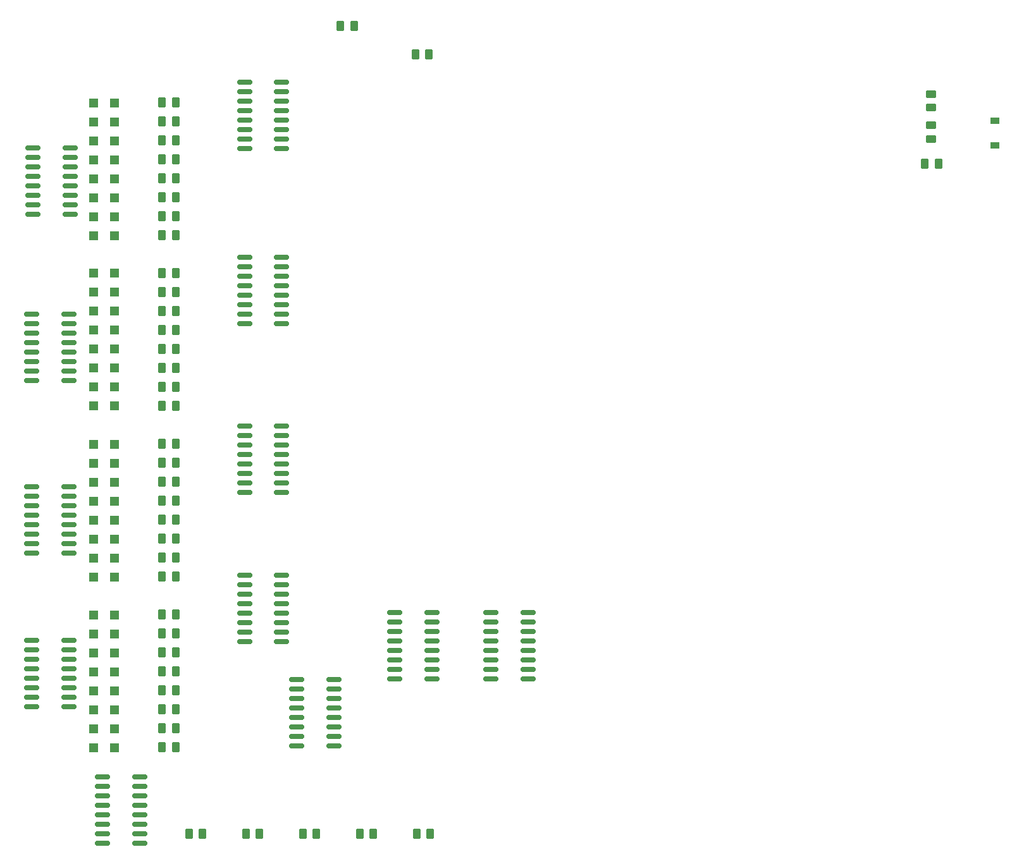
<source format=gbr>
%TF.GenerationSoftware,KiCad,Pcbnew,(6.0.1)*%
%TF.CreationDate,2022-07-13T15:29:40+01:00*%
%TF.ProjectId,polymod_proto_1,706f6c79-6d6f-4645-9f70-726f746f5f31,rev?*%
%TF.SameCoordinates,Original*%
%TF.FileFunction,Paste,Top*%
%TF.FilePolarity,Positive*%
%FSLAX46Y46*%
G04 Gerber Fmt 4.6, Leading zero omitted, Abs format (unit mm)*
G04 Created by KiCad (PCBNEW (6.0.1)) date 2022-07-13 15:29:40*
%MOMM*%
%LPD*%
G01*
G04 APERTURE LIST*
G04 Aperture macros list*
%AMRoundRect*
0 Rectangle with rounded corners*
0 $1 Rounding radius*
0 $2 $3 $4 $5 $6 $7 $8 $9 X,Y pos of 4 corners*
0 Add a 4 corners polygon primitive as box body*
4,1,4,$2,$3,$4,$5,$6,$7,$8,$9,$2,$3,0*
0 Add four circle primitives for the rounded corners*
1,1,$1+$1,$2,$3*
1,1,$1+$1,$4,$5*
1,1,$1+$1,$6,$7*
1,1,$1+$1,$8,$9*
0 Add four rect primitives between the rounded corners*
20,1,$1+$1,$2,$3,$4,$5,0*
20,1,$1+$1,$4,$5,$6,$7,0*
20,1,$1+$1,$6,$7,$8,$9,0*
20,1,$1+$1,$8,$9,$2,$3,0*%
G04 Aperture macros list end*
%ADD10RoundRect,0.150000X-0.825000X-0.150000X0.825000X-0.150000X0.825000X0.150000X-0.825000X0.150000X0*%
%ADD11R,1.200000X1.200000*%
%ADD12RoundRect,0.250000X0.262500X0.450000X-0.262500X0.450000X-0.262500X-0.450000X0.262500X-0.450000X0*%
%ADD13RoundRect,0.250000X-0.262500X-0.450000X0.262500X-0.450000X0.262500X0.450000X-0.262500X0.450000X0*%
%ADD14RoundRect,0.150000X0.825000X0.150000X-0.825000X0.150000X-0.825000X-0.150000X0.825000X-0.150000X0*%
%ADD15R,1.200000X0.900000*%
%ADD16RoundRect,0.250000X-0.450000X0.262500X-0.450000X-0.262500X0.450000X-0.262500X0.450000X0.262500X0*%
%ADD17RoundRect,0.250000X0.450000X-0.262500X0.450000X0.262500X-0.450000X0.262500X-0.450000X-0.262500X0*%
G04 APERTURE END LIST*
D10*
%TO.C,U6*%
X115525000Y-45555000D03*
X115525000Y-46825000D03*
X115525000Y-48095000D03*
X115525000Y-49365000D03*
X115525000Y-50635000D03*
X115525000Y-51905000D03*
X115525000Y-53175000D03*
X115525000Y-54445000D03*
X120475000Y-54445000D03*
X120475000Y-53175000D03*
X120475000Y-51905000D03*
X120475000Y-50635000D03*
X120475000Y-49365000D03*
X120475000Y-48095000D03*
X120475000Y-46825000D03*
X120475000Y-45555000D03*
%TD*%
D11*
%TO.C,D36*%
X98140000Y-122000000D03*
X95340000Y-122000000D03*
%TD*%
D12*
%TO.C,R17*%
X106325000Y-66040000D03*
X104500000Y-66040000D03*
%TD*%
D11*
%TO.C,D28*%
X98140000Y-99140000D03*
X95340000Y-99140000D03*
%TD*%
D12*
%TO.C,R40*%
X106325000Y-121920000D03*
X104500000Y-121920000D03*
%TD*%
D10*
%TO.C,U13*%
X115525000Y-111555000D03*
X115525000Y-112825000D03*
X115525000Y-114095000D03*
X115525000Y-115365000D03*
X115525000Y-116635000D03*
X115525000Y-117905000D03*
X115525000Y-119175000D03*
X115525000Y-120445000D03*
X120475000Y-120445000D03*
X120475000Y-119175000D03*
X120475000Y-117905000D03*
X120475000Y-116635000D03*
X120475000Y-115365000D03*
X120475000Y-114095000D03*
X120475000Y-112825000D03*
X120475000Y-111555000D03*
%TD*%
D12*
%TO.C,R22*%
X106325000Y-73660000D03*
X104500000Y-73660000D03*
%TD*%
D11*
%TO.C,D35*%
X98140000Y-124540000D03*
X95340000Y-124540000D03*
%TD*%
D12*
%TO.C,R39*%
X106325000Y-132080000D03*
X104500000Y-132080000D03*
%TD*%
D11*
%TO.C,D8*%
X98100000Y-63560000D03*
X95300000Y-63560000D03*
%TD*%
%TO.C,D33*%
X98140000Y-129620000D03*
X95340000Y-129620000D03*
%TD*%
D12*
%TO.C,R36*%
X106325000Y-116840000D03*
X104500000Y-116840000D03*
%TD*%
D11*
%TO.C,D26*%
X98140000Y-104220000D03*
X95340000Y-104220000D03*
%TD*%
D13*
%TO.C,R10*%
X138567500Y-146220000D03*
X140392500Y-146220000D03*
%TD*%
D12*
%TO.C,R41*%
X106325000Y-134620000D03*
X104500000Y-134620000D03*
%TD*%
D14*
%TO.C,U10*%
X91975000Y-129145000D03*
X91975000Y-127875000D03*
X91975000Y-126605000D03*
X91975000Y-125335000D03*
X91975000Y-124065000D03*
X91975000Y-122795000D03*
X91975000Y-121525000D03*
X91975000Y-120255000D03*
X87025000Y-120255000D03*
X87025000Y-121525000D03*
X87025000Y-122795000D03*
X87025000Y-124065000D03*
X87025000Y-125335000D03*
X87025000Y-126605000D03*
X87025000Y-127875000D03*
X87025000Y-129145000D03*
%TD*%
D11*
%TO.C,D13*%
X98100000Y-50860000D03*
X95300000Y-50860000D03*
%TD*%
D14*
%TO.C,U9*%
X91975000Y-108595000D03*
X91975000Y-107325000D03*
X91975000Y-106055000D03*
X91975000Y-104785000D03*
X91975000Y-103515000D03*
X91975000Y-102245000D03*
X91975000Y-100975000D03*
X91975000Y-99705000D03*
X87025000Y-99705000D03*
X87025000Y-100975000D03*
X87025000Y-102245000D03*
X87025000Y-103515000D03*
X87025000Y-104785000D03*
X87025000Y-106055000D03*
X87025000Y-107325000D03*
X87025000Y-108595000D03*
%TD*%
D11*
%TO.C,D9*%
X98100000Y-61020000D03*
X95300000Y-61020000D03*
%TD*%
D12*
%TO.C,R12*%
X106325000Y-48260000D03*
X104500000Y-48260000D03*
%TD*%
D10*
%TO.C,U12*%
X115525000Y-91555000D03*
X115525000Y-92825000D03*
X115525000Y-94095000D03*
X115525000Y-95365000D03*
X115525000Y-96635000D03*
X115525000Y-97905000D03*
X115525000Y-99175000D03*
X115525000Y-100445000D03*
X120475000Y-100445000D03*
X120475000Y-99175000D03*
X120475000Y-97905000D03*
X120475000Y-96635000D03*
X120475000Y-95365000D03*
X120475000Y-94095000D03*
X120475000Y-92825000D03*
X120475000Y-91555000D03*
%TD*%
D11*
%TO.C,D7*%
X98100000Y-66100000D03*
X95300000Y-66100000D03*
%TD*%
D12*
%TO.C,R29*%
X106325000Y-106680000D03*
X104500000Y-106680000D03*
%TD*%
D11*
%TO.C,D17*%
X98100000Y-83800000D03*
X95300000Y-83800000D03*
%TD*%
D15*
%TO.C,D1*%
X216000000Y-50700000D03*
X216000000Y-54000000D03*
%TD*%
D11*
%TO.C,D11*%
X98100000Y-55940000D03*
X95300000Y-55940000D03*
%TD*%
%TO.C,D29*%
X98140000Y-96600000D03*
X95340000Y-96600000D03*
%TD*%
D13*
%TO.C,R9*%
X130947500Y-146220000D03*
X132772500Y-146220000D03*
%TD*%
D12*
%TO.C,R15*%
X106325000Y-63500000D03*
X104500000Y-63500000D03*
%TD*%
%TO.C,R42*%
X106325000Y-124460000D03*
X104500000Y-124460000D03*
%TD*%
D14*
%TO.C,U8*%
X91975000Y-85445000D03*
X91975000Y-84175000D03*
X91975000Y-82905000D03*
X91975000Y-81635000D03*
X91975000Y-80365000D03*
X91975000Y-79095000D03*
X91975000Y-77825000D03*
X91975000Y-76555000D03*
X87025000Y-76555000D03*
X87025000Y-77825000D03*
X87025000Y-79095000D03*
X87025000Y-80365000D03*
X87025000Y-81635000D03*
X87025000Y-82905000D03*
X87025000Y-84175000D03*
X87025000Y-85445000D03*
%TD*%
D12*
%TO.C,R33*%
X106325000Y-111760000D03*
X104500000Y-111760000D03*
%TD*%
D13*
%TO.C,R1*%
X206587500Y-56400000D03*
X208412500Y-56400000D03*
%TD*%
D14*
%TO.C,U5*%
X92175000Y-63245000D03*
X92175000Y-61975000D03*
X92175000Y-60705000D03*
X92175000Y-59435000D03*
X92175000Y-58165000D03*
X92175000Y-56895000D03*
X92175000Y-55625000D03*
X92175000Y-54355000D03*
X87225000Y-54355000D03*
X87225000Y-55625000D03*
X87225000Y-56895000D03*
X87225000Y-58165000D03*
X87225000Y-59435000D03*
X87225000Y-60705000D03*
X87225000Y-61975000D03*
X87225000Y-63245000D03*
%TD*%
D11*
%TO.C,D38*%
X98140000Y-116920000D03*
X95340000Y-116920000D03*
%TD*%
%TO.C,D20*%
X98100000Y-76180000D03*
X95300000Y-76180000D03*
%TD*%
%TO.C,D27*%
X98140000Y-101680000D03*
X95340000Y-101680000D03*
%TD*%
D16*
%TO.C,R3*%
X207400000Y-47100000D03*
X207400000Y-48925000D03*
%TD*%
D13*
%TO.C,R8*%
X123327500Y-146220000D03*
X125152500Y-146220000D03*
%TD*%
D11*
%TO.C,D34*%
X98140000Y-127080000D03*
X95340000Y-127080000D03*
%TD*%
D10*
%TO.C,U11*%
X115525000Y-68955000D03*
X115525000Y-70225000D03*
X115525000Y-71495000D03*
X115525000Y-72765000D03*
X115525000Y-74035000D03*
X115525000Y-75305000D03*
X115525000Y-76575000D03*
X115525000Y-77845000D03*
X120475000Y-77845000D03*
X120475000Y-76575000D03*
X120475000Y-75305000D03*
X120475000Y-74035000D03*
X120475000Y-72765000D03*
X120475000Y-71495000D03*
X120475000Y-70225000D03*
X120475000Y-68955000D03*
%TD*%
D12*
%TO.C,R28*%
X106325000Y-93980000D03*
X104500000Y-93980000D03*
%TD*%
D11*
%TO.C,D25*%
X98140000Y-106760000D03*
X95340000Y-106760000D03*
%TD*%
%TO.C,D32*%
X98140000Y-132160000D03*
X95340000Y-132160000D03*
%TD*%
D12*
%TO.C,R23*%
X106325000Y-86360000D03*
X104500000Y-86360000D03*
%TD*%
D13*
%TO.C,R4*%
X128375000Y-38000000D03*
X130200000Y-38000000D03*
%TD*%
D11*
%TO.C,D30*%
X98140000Y-94060000D03*
X95340000Y-94060000D03*
%TD*%
D13*
%TO.C,R7*%
X115707500Y-146220000D03*
X117532500Y-146220000D03*
%TD*%
D10*
%TO.C,U3*%
X122525000Y-125555000D03*
X122525000Y-126825000D03*
X122525000Y-128095000D03*
X122525000Y-129365000D03*
X122525000Y-130635000D03*
X122525000Y-131905000D03*
X122525000Y-133175000D03*
X122525000Y-134445000D03*
X127475000Y-134445000D03*
X127475000Y-133175000D03*
X127475000Y-131905000D03*
X127475000Y-130635000D03*
X127475000Y-129365000D03*
X127475000Y-128095000D03*
X127475000Y-126825000D03*
X127475000Y-125555000D03*
%TD*%
D12*
%TO.C,R34*%
X106325000Y-101600000D03*
X104500000Y-101600000D03*
%TD*%
D11*
%TO.C,D12*%
X98100000Y-53400000D03*
X95300000Y-53400000D03*
%TD*%
%TO.C,D15*%
X98100000Y-88880000D03*
X95300000Y-88880000D03*
%TD*%
%TO.C,D37*%
X98140000Y-119460000D03*
X95340000Y-119460000D03*
%TD*%
D12*
%TO.C,R18*%
X106325000Y-55880000D03*
X104500000Y-55880000D03*
%TD*%
D11*
%TO.C,D19*%
X98100000Y-78720000D03*
X95300000Y-78720000D03*
%TD*%
D12*
%TO.C,R32*%
X106325000Y-99060000D03*
X104500000Y-99060000D03*
%TD*%
D11*
%TO.C,D24*%
X98140000Y-109300000D03*
X95340000Y-109300000D03*
%TD*%
D14*
%TO.C,U2*%
X101475000Y-147445000D03*
X101475000Y-146175000D03*
X101475000Y-144905000D03*
X101475000Y-143635000D03*
X101475000Y-142365000D03*
X101475000Y-141095000D03*
X101475000Y-139825000D03*
X101475000Y-138555000D03*
X96525000Y-138555000D03*
X96525000Y-139825000D03*
X96525000Y-141095000D03*
X96525000Y-142365000D03*
X96525000Y-143635000D03*
X96525000Y-144905000D03*
X96525000Y-146175000D03*
X96525000Y-147445000D03*
%TD*%
D11*
%TO.C,D23*%
X98140000Y-111840000D03*
X95340000Y-111840000D03*
%TD*%
D12*
%TO.C,R11*%
X106325000Y-58420000D03*
X104500000Y-58420000D03*
%TD*%
%TO.C,R16*%
X106325000Y-53340000D03*
X104500000Y-53340000D03*
%TD*%
D17*
%TO.C,R2*%
X207400000Y-53125000D03*
X207400000Y-51300000D03*
%TD*%
D11*
%TO.C,D14*%
X98100000Y-48320000D03*
X95300000Y-48320000D03*
%TD*%
D12*
%TO.C,R35*%
X106325000Y-127000000D03*
X104500000Y-127000000D03*
%TD*%
%TO.C,R24*%
X106325000Y-76200000D03*
X104500000Y-76200000D03*
%TD*%
D11*
%TO.C,D16*%
X98100000Y-86340000D03*
X95300000Y-86340000D03*
%TD*%
%TO.C,D31*%
X98140000Y-134700000D03*
X95340000Y-134700000D03*
%TD*%
D12*
%TO.C,R13*%
X106325000Y-60960000D03*
X104500000Y-60960000D03*
%TD*%
%TO.C,R38*%
X106325000Y-119380000D03*
X104500000Y-119380000D03*
%TD*%
%TO.C,R21*%
X106325000Y-83820000D03*
X104500000Y-83820000D03*
%TD*%
D10*
%TO.C,U4*%
X148525000Y-116555000D03*
X148525000Y-117825000D03*
X148525000Y-119095000D03*
X148525000Y-120365000D03*
X148525000Y-121635000D03*
X148525000Y-122905000D03*
X148525000Y-124175000D03*
X148525000Y-125445000D03*
X153475000Y-125445000D03*
X153475000Y-124175000D03*
X153475000Y-122905000D03*
X153475000Y-121635000D03*
X153475000Y-120365000D03*
X153475000Y-119095000D03*
X153475000Y-117825000D03*
X153475000Y-116555000D03*
%TD*%
D11*
%TO.C,D21*%
X98100000Y-73640000D03*
X95300000Y-73640000D03*
%TD*%
D13*
%TO.C,R6*%
X108087500Y-146220000D03*
X109912500Y-146220000D03*
%TD*%
D12*
%TO.C,R27*%
X106325000Y-104140000D03*
X104500000Y-104140000D03*
%TD*%
D11*
%TO.C,D18*%
X98100000Y-81260000D03*
X95300000Y-81260000D03*
%TD*%
D12*
%TO.C,R19*%
X106325000Y-81280000D03*
X104500000Y-81280000D03*
%TD*%
%TO.C,R14*%
X106325000Y-50800000D03*
X104500000Y-50800000D03*
%TD*%
%TO.C,R25*%
X106325000Y-88900000D03*
X104500000Y-88900000D03*
%TD*%
D11*
%TO.C,D10*%
X98100000Y-58480000D03*
X95300000Y-58480000D03*
%TD*%
%TO.C,D22*%
X98100000Y-71100000D03*
X95300000Y-71100000D03*
%TD*%
D12*
%TO.C,R31*%
X106325000Y-109220000D03*
X104500000Y-109220000D03*
%TD*%
%TO.C,R26*%
X106325000Y-78740000D03*
X104500000Y-78740000D03*
%TD*%
D10*
%TO.C,U7*%
X135625000Y-116555000D03*
X135625000Y-117825000D03*
X135625000Y-119095000D03*
X135625000Y-120365000D03*
X135625000Y-121635000D03*
X135625000Y-122905000D03*
X135625000Y-124175000D03*
X135625000Y-125445000D03*
X140575000Y-125445000D03*
X140575000Y-124175000D03*
X140575000Y-122905000D03*
X140575000Y-121635000D03*
X140575000Y-120365000D03*
X140575000Y-119095000D03*
X140575000Y-117825000D03*
X140575000Y-116555000D03*
%TD*%
D13*
%TO.C,R5*%
X138400000Y-41800000D03*
X140225000Y-41800000D03*
%TD*%
D12*
%TO.C,R20*%
X106325000Y-71120000D03*
X104500000Y-71120000D03*
%TD*%
%TO.C,R37*%
X106325000Y-129540000D03*
X104500000Y-129540000D03*
%TD*%
%TO.C,R30*%
X106325000Y-96520000D03*
X104500000Y-96520000D03*
%TD*%
M02*

</source>
